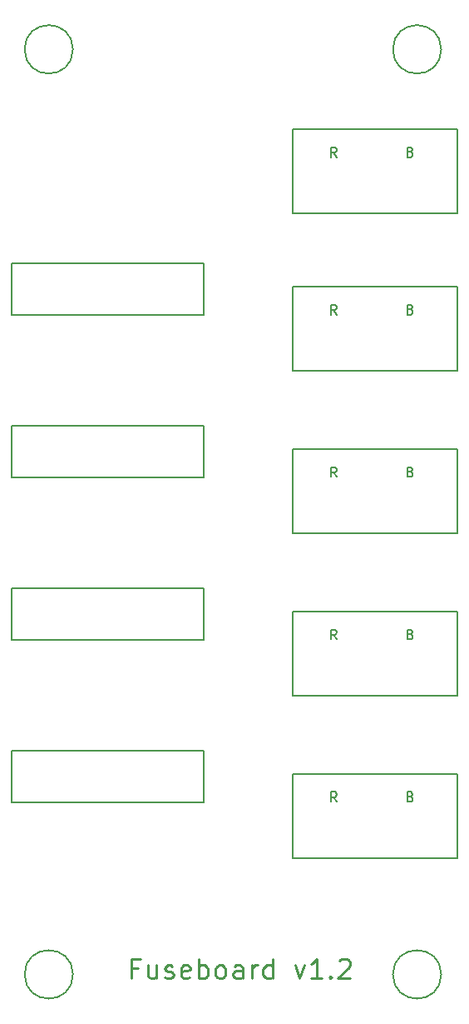
<source format=gbr>
G04 #@! TF.GenerationSoftware,KiCad,Pcbnew,5.1.5-52549c5~84~ubuntu18.04.1*
G04 #@! TF.CreationDate,2020-03-21T09:19:16-06:00*
G04 #@! TF.ProjectId,anderson_fuse_board,616e6465-7273-46f6-9e5f-667573655f62,rev?*
G04 #@! TF.SameCoordinates,Original*
G04 #@! TF.FileFunction,Legend,Top*
G04 #@! TF.FilePolarity,Positive*
%FSLAX46Y46*%
G04 Gerber Fmt 4.6, Leading zero omitted, Abs format (unit mm)*
G04 Created by KiCad (PCBNEW 5.1.5-52549c5~84~ubuntu18.04.1) date 2020-03-21 09:19:16*
%MOMM*%
%LPD*%
G04 APERTURE LIST*
%ADD10C,0.250000*%
%ADD11C,0.150000*%
%ADD12C,0.200000*%
G04 APERTURE END LIST*
D10*
X88071428Y-153357142D02*
X87404761Y-153357142D01*
X87404761Y-154404761D02*
X87404761Y-152404761D01*
X88357142Y-152404761D01*
X89976190Y-153071428D02*
X89976190Y-154404761D01*
X89119047Y-153071428D02*
X89119047Y-154119047D01*
X89214285Y-154309523D01*
X89404761Y-154404761D01*
X89690476Y-154404761D01*
X89880952Y-154309523D01*
X89976190Y-154214285D01*
X90833333Y-154309523D02*
X91023809Y-154404761D01*
X91404761Y-154404761D01*
X91595238Y-154309523D01*
X91690476Y-154119047D01*
X91690476Y-154023809D01*
X91595238Y-153833333D01*
X91404761Y-153738095D01*
X91119047Y-153738095D01*
X90928571Y-153642857D01*
X90833333Y-153452380D01*
X90833333Y-153357142D01*
X90928571Y-153166666D01*
X91119047Y-153071428D01*
X91404761Y-153071428D01*
X91595238Y-153166666D01*
X93309523Y-154309523D02*
X93119047Y-154404761D01*
X92738095Y-154404761D01*
X92547619Y-154309523D01*
X92452380Y-154119047D01*
X92452380Y-153357142D01*
X92547619Y-153166666D01*
X92738095Y-153071428D01*
X93119047Y-153071428D01*
X93309523Y-153166666D01*
X93404761Y-153357142D01*
X93404761Y-153547619D01*
X92452380Y-153738095D01*
X94261904Y-154404761D02*
X94261904Y-152404761D01*
X94261904Y-153166666D02*
X94452380Y-153071428D01*
X94833333Y-153071428D01*
X95023809Y-153166666D01*
X95119047Y-153261904D01*
X95214285Y-153452380D01*
X95214285Y-154023809D01*
X95119047Y-154214285D01*
X95023809Y-154309523D01*
X94833333Y-154404761D01*
X94452380Y-154404761D01*
X94261904Y-154309523D01*
X96357142Y-154404761D02*
X96166666Y-154309523D01*
X96071428Y-154214285D01*
X95976190Y-154023809D01*
X95976190Y-153452380D01*
X96071428Y-153261904D01*
X96166666Y-153166666D01*
X96357142Y-153071428D01*
X96642857Y-153071428D01*
X96833333Y-153166666D01*
X96928571Y-153261904D01*
X97023809Y-153452380D01*
X97023809Y-154023809D01*
X96928571Y-154214285D01*
X96833333Y-154309523D01*
X96642857Y-154404761D01*
X96357142Y-154404761D01*
X98738095Y-154404761D02*
X98738095Y-153357142D01*
X98642857Y-153166666D01*
X98452380Y-153071428D01*
X98071428Y-153071428D01*
X97880952Y-153166666D01*
X98738095Y-154309523D02*
X98547619Y-154404761D01*
X98071428Y-154404761D01*
X97880952Y-154309523D01*
X97785714Y-154119047D01*
X97785714Y-153928571D01*
X97880952Y-153738095D01*
X98071428Y-153642857D01*
X98547619Y-153642857D01*
X98738095Y-153547619D01*
X99690476Y-154404761D02*
X99690476Y-153071428D01*
X99690476Y-153452380D02*
X99785714Y-153261904D01*
X99880952Y-153166666D01*
X100071428Y-153071428D01*
X100261904Y-153071428D01*
X101785714Y-154404761D02*
X101785714Y-152404761D01*
X101785714Y-154309523D02*
X101595238Y-154404761D01*
X101214285Y-154404761D01*
X101023809Y-154309523D01*
X100928571Y-154214285D01*
X100833333Y-154023809D01*
X100833333Y-153452380D01*
X100928571Y-153261904D01*
X101023809Y-153166666D01*
X101214285Y-153071428D01*
X101595238Y-153071428D01*
X101785714Y-153166666D01*
X104071428Y-153071428D02*
X104547619Y-154404761D01*
X105023809Y-153071428D01*
X106833333Y-154404761D02*
X105690476Y-154404761D01*
X106261904Y-154404761D02*
X106261904Y-152404761D01*
X106071428Y-152690476D01*
X105880952Y-152880952D01*
X105690476Y-152976190D01*
X107690476Y-154214285D02*
X107785714Y-154309523D01*
X107690476Y-154404761D01*
X107595238Y-154309523D01*
X107690476Y-154214285D01*
X107690476Y-154404761D01*
X108547619Y-152595238D02*
X108642857Y-152500000D01*
X108833333Y-152404761D01*
X109309523Y-152404761D01*
X109500000Y-152500000D01*
X109595238Y-152595238D01*
X109690476Y-152785714D01*
X109690476Y-152976190D01*
X109595238Y-153261904D01*
X108452380Y-154404761D01*
X109690476Y-154404761D01*
D11*
X103850000Y-133600000D02*
X120600000Y-133600000D01*
X103850000Y-142200000D02*
X103850000Y-133600000D01*
X120600000Y-142200000D02*
X103850000Y-142200000D01*
X120600000Y-133600000D02*
X120600000Y-142200000D01*
X103850000Y-117100000D02*
X120600000Y-117100000D01*
X103850000Y-125700000D02*
X103850000Y-117100000D01*
X120600000Y-125700000D02*
X103850000Y-125700000D01*
X120600000Y-117100000D02*
X120600000Y-125700000D01*
X103850000Y-100600000D02*
X120600000Y-100600000D01*
X103850000Y-109200000D02*
X103850000Y-100600000D01*
X120600000Y-109200000D02*
X103850000Y-109200000D01*
X120600000Y-100600000D02*
X120600000Y-109200000D01*
X103850000Y-84100000D02*
X120600000Y-84100000D01*
X103850000Y-92700000D02*
X103850000Y-84100000D01*
X120600000Y-92700000D02*
X103850000Y-92700000D01*
X120600000Y-84100000D02*
X120600000Y-92700000D01*
X103850000Y-68100000D02*
X120600000Y-68100000D01*
X103850000Y-76700000D02*
X103850000Y-68100000D01*
X120600000Y-76700000D02*
X103850000Y-76700000D01*
X120600000Y-68100000D02*
X120600000Y-76700000D01*
X75250000Y-136530000D02*
X94750000Y-136530000D01*
X75250000Y-136530000D02*
X75250000Y-131280000D01*
X75250000Y-131280000D02*
X94750000Y-131280000D01*
X94750000Y-131280000D02*
X94750000Y-136530000D01*
X75250000Y-120020000D02*
X94750000Y-120020000D01*
X75250000Y-120020000D02*
X75250000Y-114770000D01*
X75250000Y-114770000D02*
X94750000Y-114770000D01*
X94750000Y-114770000D02*
X94750000Y-120020000D01*
X75250000Y-103510000D02*
X94750000Y-103510000D01*
X75250000Y-103510000D02*
X75250000Y-98260000D01*
X75250000Y-98260000D02*
X94750000Y-98260000D01*
X94750000Y-98260000D02*
X94750000Y-103510000D01*
X75250000Y-87000000D02*
X94750000Y-87000000D01*
X75250000Y-87000000D02*
X75250000Y-81750000D01*
X75250000Y-81750000D02*
X94750000Y-81750000D01*
X94750000Y-81750000D02*
X94750000Y-87000000D01*
D12*
X81462214Y-154000000D02*
G75*
G03X81462214Y-154000000I-2462214J0D01*
G01*
X81462214Y-60000000D02*
G75*
G03X81462214Y-60000000I-2462214J0D01*
G01*
X118962214Y-60000000D02*
G75*
G03X118962214Y-60000000I-2462214J0D01*
G01*
X118962214Y-154000000D02*
G75*
G03X118962214Y-154000000I-2462214J0D01*
G01*
D11*
X115821428Y-135928571D02*
X115964285Y-135976190D01*
X116011904Y-136023809D01*
X116059523Y-136119047D01*
X116059523Y-136261904D01*
X116011904Y-136357142D01*
X115964285Y-136404761D01*
X115869047Y-136452380D01*
X115488095Y-136452380D01*
X115488095Y-135452380D01*
X115821428Y-135452380D01*
X115916666Y-135500000D01*
X115964285Y-135547619D01*
X116011904Y-135642857D01*
X116011904Y-135738095D01*
X115964285Y-135833333D01*
X115916666Y-135880952D01*
X115821428Y-135928571D01*
X115488095Y-135928571D01*
X108309523Y-136452380D02*
X107976190Y-135976190D01*
X107738095Y-136452380D02*
X107738095Y-135452380D01*
X108119047Y-135452380D01*
X108214285Y-135500000D01*
X108261904Y-135547619D01*
X108309523Y-135642857D01*
X108309523Y-135785714D01*
X108261904Y-135880952D01*
X108214285Y-135928571D01*
X108119047Y-135976190D01*
X107738095Y-135976190D01*
X115821428Y-119428571D02*
X115964285Y-119476190D01*
X116011904Y-119523809D01*
X116059523Y-119619047D01*
X116059523Y-119761904D01*
X116011904Y-119857142D01*
X115964285Y-119904761D01*
X115869047Y-119952380D01*
X115488095Y-119952380D01*
X115488095Y-118952380D01*
X115821428Y-118952380D01*
X115916666Y-119000000D01*
X115964285Y-119047619D01*
X116011904Y-119142857D01*
X116011904Y-119238095D01*
X115964285Y-119333333D01*
X115916666Y-119380952D01*
X115821428Y-119428571D01*
X115488095Y-119428571D01*
X108309523Y-119952380D02*
X107976190Y-119476190D01*
X107738095Y-119952380D02*
X107738095Y-118952380D01*
X108119047Y-118952380D01*
X108214285Y-119000000D01*
X108261904Y-119047619D01*
X108309523Y-119142857D01*
X108309523Y-119285714D01*
X108261904Y-119380952D01*
X108214285Y-119428571D01*
X108119047Y-119476190D01*
X107738095Y-119476190D01*
X115821428Y-102928571D02*
X115964285Y-102976190D01*
X116011904Y-103023809D01*
X116059523Y-103119047D01*
X116059523Y-103261904D01*
X116011904Y-103357142D01*
X115964285Y-103404761D01*
X115869047Y-103452380D01*
X115488095Y-103452380D01*
X115488095Y-102452380D01*
X115821428Y-102452380D01*
X115916666Y-102500000D01*
X115964285Y-102547619D01*
X116011904Y-102642857D01*
X116011904Y-102738095D01*
X115964285Y-102833333D01*
X115916666Y-102880952D01*
X115821428Y-102928571D01*
X115488095Y-102928571D01*
X108309523Y-103452380D02*
X107976190Y-102976190D01*
X107738095Y-103452380D02*
X107738095Y-102452380D01*
X108119047Y-102452380D01*
X108214285Y-102500000D01*
X108261904Y-102547619D01*
X108309523Y-102642857D01*
X108309523Y-102785714D01*
X108261904Y-102880952D01*
X108214285Y-102928571D01*
X108119047Y-102976190D01*
X107738095Y-102976190D01*
X115821428Y-86428571D02*
X115964285Y-86476190D01*
X116011904Y-86523809D01*
X116059523Y-86619047D01*
X116059523Y-86761904D01*
X116011904Y-86857142D01*
X115964285Y-86904761D01*
X115869047Y-86952380D01*
X115488095Y-86952380D01*
X115488095Y-85952380D01*
X115821428Y-85952380D01*
X115916666Y-86000000D01*
X115964285Y-86047619D01*
X116011904Y-86142857D01*
X116011904Y-86238095D01*
X115964285Y-86333333D01*
X115916666Y-86380952D01*
X115821428Y-86428571D01*
X115488095Y-86428571D01*
X108309523Y-86952380D02*
X107976190Y-86476190D01*
X107738095Y-86952380D02*
X107738095Y-85952380D01*
X108119047Y-85952380D01*
X108214285Y-86000000D01*
X108261904Y-86047619D01*
X108309523Y-86142857D01*
X108309523Y-86285714D01*
X108261904Y-86380952D01*
X108214285Y-86428571D01*
X108119047Y-86476190D01*
X107738095Y-86476190D01*
X115821428Y-70428571D02*
X115964285Y-70476190D01*
X116011904Y-70523809D01*
X116059523Y-70619047D01*
X116059523Y-70761904D01*
X116011904Y-70857142D01*
X115964285Y-70904761D01*
X115869047Y-70952380D01*
X115488095Y-70952380D01*
X115488095Y-69952380D01*
X115821428Y-69952380D01*
X115916666Y-70000000D01*
X115964285Y-70047619D01*
X116011904Y-70142857D01*
X116011904Y-70238095D01*
X115964285Y-70333333D01*
X115916666Y-70380952D01*
X115821428Y-70428571D01*
X115488095Y-70428571D01*
X108309523Y-70952380D02*
X107976190Y-70476190D01*
X107738095Y-70952380D02*
X107738095Y-69952380D01*
X108119047Y-69952380D01*
X108214285Y-70000000D01*
X108261904Y-70047619D01*
X108309523Y-70142857D01*
X108309523Y-70285714D01*
X108261904Y-70380952D01*
X108214285Y-70428571D01*
X108119047Y-70476190D01*
X107738095Y-70476190D01*
M02*

</source>
